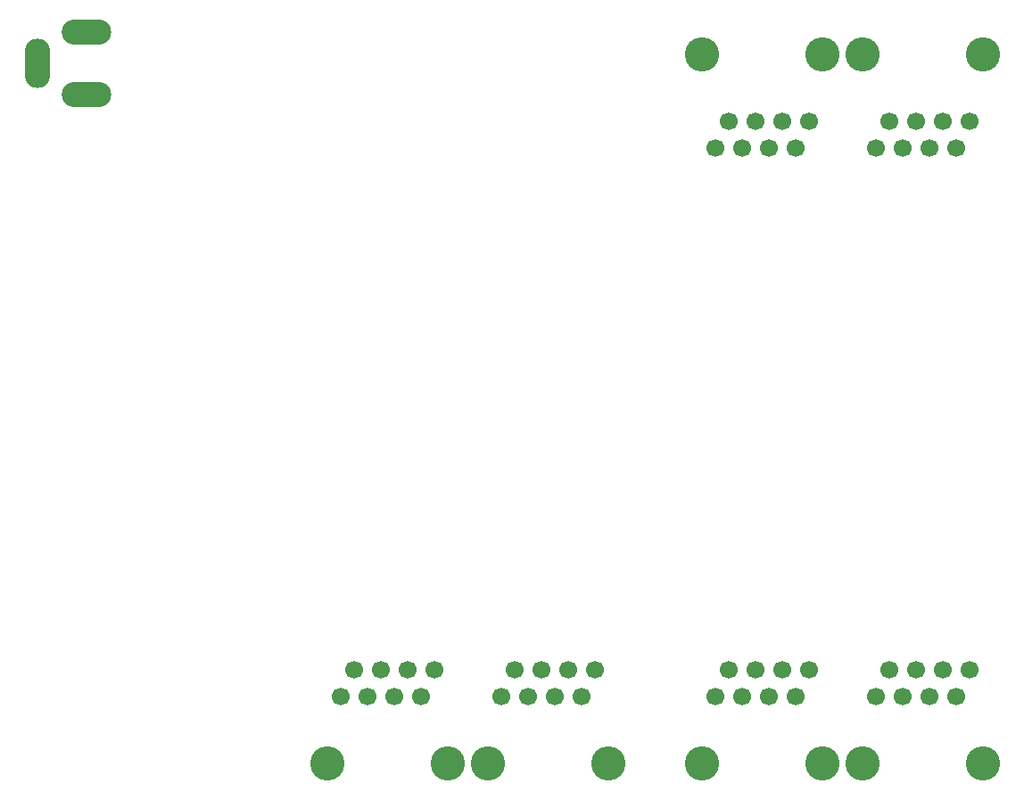
<source format=gbs>
G04 DipTrace 2.3.1.0*
%INuCANHub_BottomMask.gbs*%
%MOIN*%
%ADD45C,0.128*%
%ADD58O,0.0945X0.185*%
%ADD60O,0.185X0.0945*%
%ADD84C,0.0669*%
%FSLAX44Y44*%
G04*
G70*
G90*
G75*
G01*
%LNBotMask*%
%LPD*%
D84*
X36937Y8937D3*
X37437Y9937D3*
X37937Y8937D3*
X38437Y9937D3*
X38937Y8937D3*
X39437Y9937D3*
X39937Y8937D3*
X40437Y9937D3*
D45*
X36437Y6437D3*
X40937D3*
D84*
X30937Y8937D3*
X31437Y9937D3*
X31937Y8937D3*
X32437Y9937D3*
X32937Y8937D3*
X33437Y9937D3*
X33937Y8937D3*
X34437Y9937D3*
D45*
X30437Y6437D3*
X34937D3*
D84*
X22937Y8937D3*
X23437Y9937D3*
X23937Y8937D3*
X24437Y9937D3*
X24937Y8937D3*
X25437Y9937D3*
X25937Y8937D3*
X26437Y9937D3*
D45*
X22437Y6437D3*
X26937D3*
D84*
X16937Y8937D3*
X17437Y9937D3*
X17937Y8937D3*
X18437Y9937D3*
X18937Y8937D3*
X19437Y9937D3*
X19937Y8937D3*
X20437Y9937D3*
D45*
X16437Y6437D3*
X20937D3*
D84*
X34437Y30437D3*
X33937Y29437D3*
X33437Y30437D3*
X32937Y29437D3*
X32437Y30437D3*
X31937Y29437D3*
X31437Y30437D3*
X30937Y29437D3*
D45*
X34937Y32937D3*
X30437D3*
D84*
X40437Y30437D3*
X39937Y29437D3*
X39437Y30437D3*
X38937Y29437D3*
X38437Y30437D3*
X37937Y29437D3*
X37437Y30437D3*
X36937Y29437D3*
D45*
X40937Y32937D3*
X36437D3*
D60*
X7437Y31437D3*
Y33799D3*
D58*
X5587Y32618D3*
M02*

</source>
